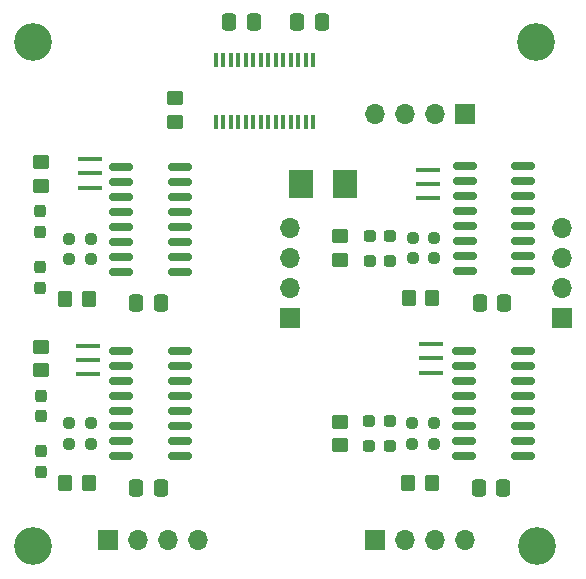
<source format=gbr>
%TF.GenerationSoftware,KiCad,Pcbnew,(6.0.4)*%
%TF.CreationDate,2022-03-26T16:13:01+01:00*%
%TF.ProjectId,Duino Coin,4475696e-6f20-4436-9f69-6e2e6b696361,rev?*%
%TF.SameCoordinates,Original*%
%TF.FileFunction,Soldermask,Bot*%
%TF.FilePolarity,Negative*%
%FSLAX46Y46*%
G04 Gerber Fmt 4.6, Leading zero omitted, Abs format (unit mm)*
G04 Created by KiCad (PCBNEW (6.0.4)) date 2022-03-26 16:13:01*
%MOMM*%
%LPD*%
G01*
G04 APERTURE LIST*
G04 Aperture macros list*
%AMRoundRect*
0 Rectangle with rounded corners*
0 $1 Rounding radius*
0 $2 $3 $4 $5 $6 $7 $8 $9 X,Y pos of 4 corners*
0 Add a 4 corners polygon primitive as box body*
4,1,4,$2,$3,$4,$5,$6,$7,$8,$9,$2,$3,0*
0 Add four circle primitives for the rounded corners*
1,1,$1+$1,$2,$3*
1,1,$1+$1,$4,$5*
1,1,$1+$1,$6,$7*
1,1,$1+$1,$8,$9*
0 Add four rect primitives between the rounded corners*
20,1,$1+$1,$2,$3,$4,$5,0*
20,1,$1+$1,$4,$5,$6,$7,0*
20,1,$1+$1,$6,$7,$8,$9,0*
20,1,$1+$1,$8,$9,$2,$3,0*%
G04 Aperture macros list end*
%ADD10C,3.200000*%
%ADD11R,1.700000X1.700000*%
%ADD12O,1.700000X1.700000*%
%ADD13RoundRect,0.250000X0.337500X0.475000X-0.337500X0.475000X-0.337500X-0.475000X0.337500X-0.475000X0*%
%ADD14RoundRect,0.250000X-0.337500X-0.475000X0.337500X-0.475000X0.337500X0.475000X-0.337500X0.475000X0*%
%ADD15RoundRect,0.237500X0.287500X0.237500X-0.287500X0.237500X-0.287500X-0.237500X0.287500X-0.237500X0*%
%ADD16RoundRect,0.237500X-0.237500X0.287500X-0.237500X-0.287500X0.237500X-0.287500X0.237500X0.287500X0*%
%ADD17RoundRect,0.237500X0.237500X-0.287500X0.237500X0.287500X-0.237500X0.287500X-0.237500X-0.287500X0*%
%ADD18RoundRect,0.237500X-0.250000X-0.237500X0.250000X-0.237500X0.250000X0.237500X-0.250000X0.237500X0*%
%ADD19RoundRect,0.237500X0.250000X0.237500X-0.250000X0.237500X-0.250000X-0.237500X0.250000X-0.237500X0*%
%ADD20RoundRect,0.250000X0.350000X0.450000X-0.350000X0.450000X-0.350000X-0.450000X0.350000X-0.450000X0*%
%ADD21RoundRect,0.250000X0.450000X-0.350000X0.450000X0.350000X-0.450000X0.350000X-0.450000X-0.350000X0*%
%ADD22RoundRect,0.250000X-0.450000X0.350000X-0.450000X-0.350000X0.450000X-0.350000X0.450000X0.350000X0*%
%ADD23R,0.400000X1.200000*%
%ADD24R,2.000000X2.400000*%
%ADD25RoundRect,0.150000X-0.825000X-0.150000X0.825000X-0.150000X0.825000X0.150000X-0.825000X0.150000X0*%
%ADD26R,2.000000X0.400000*%
G04 APERTURE END LIST*
D10*
%TO.C,H1*%
X196342000Y-136334500D03*
%TD*%
%TO.C,H2*%
X153670000Y-136334500D03*
%TD*%
%TO.C,H3*%
X153670000Y-93662500D03*
%TD*%
%TO.C,H4*%
X196278500Y-93662500D03*
%TD*%
D11*
%TO.C,J2*%
X198450200Y-117043200D03*
D12*
X198450200Y-114503200D03*
X198450200Y-111963200D03*
X198450200Y-109423200D03*
%TD*%
D11*
%TO.C,J3*%
X182664100Y-135801100D03*
D12*
X185204100Y-135801100D03*
X187744100Y-135801100D03*
X190284100Y-135801100D03*
%TD*%
D11*
%TO.C,J5*%
X160020000Y-135775700D03*
D12*
X162560000Y-135775700D03*
X165100000Y-135775700D03*
X167640000Y-135775700D03*
%TD*%
D11*
%TO.C,J6*%
X175417480Y-117012720D03*
D12*
X175417480Y-114472720D03*
X175417480Y-111932720D03*
X175417480Y-109392720D03*
%TD*%
D13*
%TO.C,C2*%
X193569500Y-115697000D03*
X191494500Y-115697000D03*
%TD*%
%TO.C,C3*%
X164486500Y-131381500D03*
X162411500Y-131381500D03*
%TD*%
%TO.C,C4*%
X193506000Y-131381500D03*
X191431000Y-131381500D03*
%TD*%
%TO.C,C5*%
X164486500Y-115760500D03*
X162411500Y-115760500D03*
%TD*%
D14*
%TO.C,C21*%
X176064000Y-91948000D03*
X178139000Y-91948000D03*
%TD*%
D13*
%TO.C,C23*%
X172360500Y-91948000D03*
X170285500Y-91948000D03*
%TD*%
D15*
%TO.C,D1*%
X183945500Y-112141000D03*
X182195500Y-112141000D03*
%TD*%
%TO.C,D2*%
X183945500Y-110045500D03*
X182195500Y-110045500D03*
%TD*%
D16*
%TO.C,D3*%
X154368500Y-128284000D03*
X154368500Y-130034000D03*
%TD*%
D17*
%TO.C,D4*%
X154368500Y-125335000D03*
X154368500Y-123585000D03*
%TD*%
D15*
%TO.C,D5*%
X183882000Y-127825500D03*
X182132000Y-127825500D03*
%TD*%
%TO.C,D6*%
X183882000Y-125730000D03*
X182132000Y-125730000D03*
%TD*%
D16*
%TO.C,D7*%
X154305000Y-112726500D03*
X154305000Y-114476500D03*
%TD*%
D17*
%TO.C,D8*%
X154305000Y-109714000D03*
X154305000Y-107964000D03*
%TD*%
D18*
%TO.C,R1*%
X185841000Y-111950500D03*
X187666000Y-111950500D03*
%TD*%
%TO.C,R2*%
X156758000Y-127635000D03*
X158583000Y-127635000D03*
%TD*%
%TO.C,R3*%
X185777500Y-127635000D03*
X187602500Y-127635000D03*
%TD*%
%TO.C,R4*%
X156758000Y-112014000D03*
X158583000Y-112014000D03*
%TD*%
D19*
%TO.C,R5*%
X187666000Y-110236000D03*
X185841000Y-110236000D03*
%TD*%
%TO.C,R6*%
X158583000Y-125920500D03*
X156758000Y-125920500D03*
%TD*%
%TO.C,R7*%
X187602500Y-125920500D03*
X185777500Y-125920500D03*
%TD*%
%TO.C,R8*%
X158583000Y-110299500D03*
X156758000Y-110299500D03*
%TD*%
D20*
%TO.C,R9*%
X187499500Y-115316000D03*
X185499500Y-115316000D03*
%TD*%
D21*
%TO.C,R10*%
X179679600Y-112099600D03*
X179679600Y-110099600D03*
%TD*%
D20*
%TO.C,R11*%
X158416500Y-131000500D03*
X156416500Y-131000500D03*
%TD*%
D22*
%TO.C,R12*%
X154381200Y-119446800D03*
X154381200Y-121446800D03*
%TD*%
D20*
%TO.C,R13*%
X187436000Y-131000500D03*
X185436000Y-131000500D03*
%TD*%
D21*
%TO.C,R14*%
X179679600Y-127796800D03*
X179679600Y-125796800D03*
%TD*%
D20*
%TO.C,R15*%
X158416500Y-115379500D03*
X156416500Y-115379500D03*
%TD*%
D22*
%TO.C,R16*%
X154330400Y-103800400D03*
X154330400Y-105800400D03*
%TD*%
D21*
%TO.C,R29*%
X165735000Y-100377500D03*
X165735000Y-98377500D03*
%TD*%
D11*
%TO.C,J4*%
X190296800Y-99771200D03*
D12*
X187756800Y-99771200D03*
X185216800Y-99771200D03*
X182676800Y-99771200D03*
%TD*%
D23*
%TO.C,U5*%
X177419000Y-100390000D03*
X176784000Y-100390000D03*
X176149000Y-100390000D03*
X175514000Y-100390000D03*
X174879000Y-100390000D03*
X174244000Y-100390000D03*
X173609000Y-100390000D03*
X172974000Y-100390000D03*
X172339000Y-100390000D03*
X171704000Y-100390000D03*
X171069000Y-100390000D03*
X170434000Y-100390000D03*
X169799000Y-100390000D03*
X169164000Y-100390000D03*
X169164000Y-95190000D03*
X169799000Y-95190000D03*
X170434000Y-95190000D03*
X171069000Y-95190000D03*
X171704000Y-95190000D03*
X172339000Y-95190000D03*
X172974000Y-95190000D03*
X173609000Y-95190000D03*
X174244000Y-95190000D03*
X174879000Y-95190000D03*
X175514000Y-95190000D03*
X176149000Y-95190000D03*
X176784000Y-95190000D03*
X177419000Y-95190000D03*
%TD*%
D24*
%TO.C,Y5*%
X180107200Y-105664000D03*
X176407200Y-105664000D03*
%TD*%
D25*
%TO.C,U1*%
X190250040Y-113024920D03*
X190250040Y-111754920D03*
X190250040Y-110484920D03*
X190250040Y-109214920D03*
X190250040Y-107944920D03*
X190250040Y-106674920D03*
X190250040Y-105404920D03*
X190250040Y-104134920D03*
X195200040Y-104134920D03*
X195200040Y-105404920D03*
X195200040Y-106674920D03*
X195200040Y-107944920D03*
X195200040Y-109214920D03*
X195200040Y-110484920D03*
X195200040Y-111754920D03*
X195200040Y-113024920D03*
%TD*%
%TO.C,U2*%
X161161960Y-128717040D03*
X161161960Y-127447040D03*
X161161960Y-126177040D03*
X161161960Y-124907040D03*
X161161960Y-123637040D03*
X161161960Y-122367040D03*
X161161960Y-121097040D03*
X161161960Y-119827040D03*
X166111960Y-119827040D03*
X166111960Y-121097040D03*
X166111960Y-122367040D03*
X166111960Y-123637040D03*
X166111960Y-124907040D03*
X166111960Y-126177040D03*
X166111960Y-127447040D03*
X166111960Y-128717040D03*
%TD*%
%TO.C,U3*%
X190184000Y-128717040D03*
X190184000Y-127447040D03*
X190184000Y-126177040D03*
X190184000Y-124907040D03*
X190184000Y-123637040D03*
X190184000Y-122367040D03*
X190184000Y-121097040D03*
X190184000Y-119827040D03*
X195134000Y-119827040D03*
X195134000Y-121097040D03*
X195134000Y-122367040D03*
X195134000Y-123637040D03*
X195134000Y-124907040D03*
X195134000Y-126177040D03*
X195134000Y-127447040D03*
X195134000Y-128717040D03*
%TD*%
%TO.C,U4*%
X161161960Y-113096040D03*
X161161960Y-111826040D03*
X161161960Y-110556040D03*
X161161960Y-109286040D03*
X161161960Y-108016040D03*
X161161960Y-106746040D03*
X161161960Y-105476040D03*
X161161960Y-104206040D03*
X166111960Y-104206040D03*
X166111960Y-105476040D03*
X166111960Y-106746040D03*
X166111960Y-108016040D03*
X166111960Y-109286040D03*
X166111960Y-110556040D03*
X166111960Y-111826040D03*
X166111960Y-113096040D03*
%TD*%
D26*
%TO.C,Y6*%
X158536640Y-105959760D03*
X158536640Y-104759760D03*
X158536640Y-103559760D03*
%TD*%
%TO.C,Y7*%
X158328360Y-121748400D03*
X158328360Y-120548400D03*
X158328360Y-119348400D03*
%TD*%
%TO.C,Y9*%
X187340240Y-121621400D03*
X187340240Y-120421400D03*
X187340240Y-119221400D03*
%TD*%
%TO.C,Y8*%
X187137040Y-106848760D03*
X187137040Y-105648760D03*
X187137040Y-104448760D03*
%TD*%
M02*

</source>
